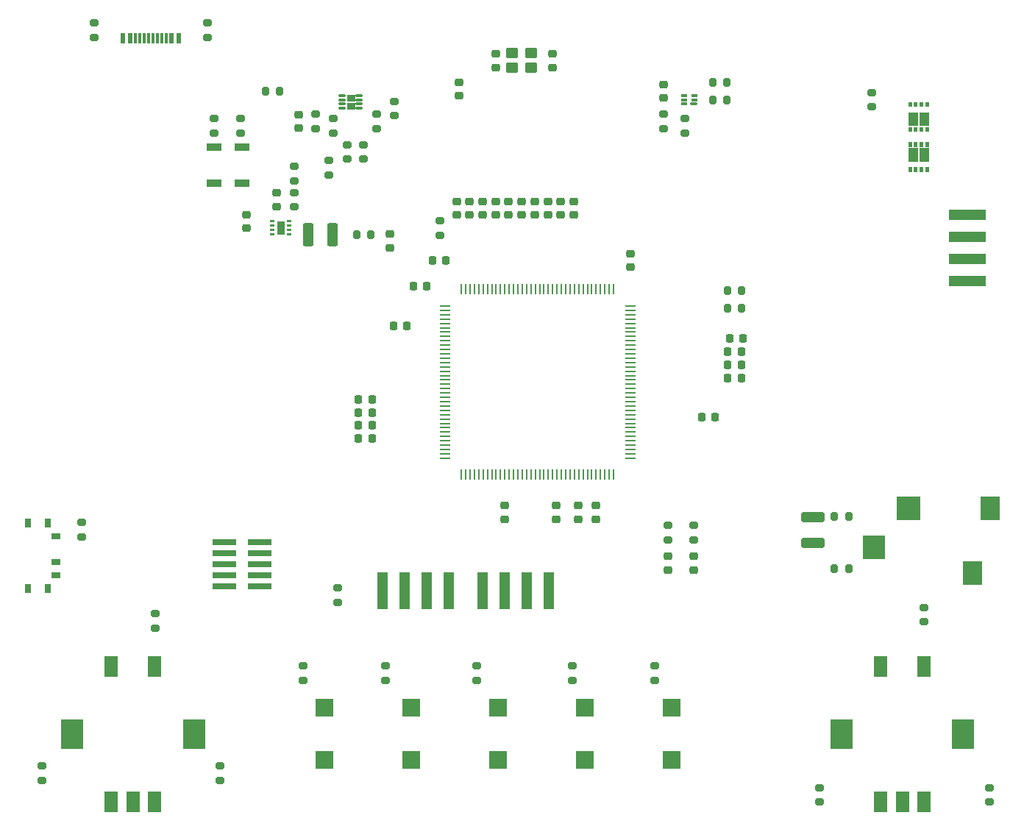
<source format=gbr>
%TF.GenerationSoftware,KiCad,Pcbnew,9.0.5*%
%TF.CreationDate,2025-11-20T02:47:11-08:00*%
%TF.ProjectId,Etch_A_Tune,45746368-5f41-45f5-9475-6e652e6b6963,rev?*%
%TF.SameCoordinates,Original*%
%TF.FileFunction,Paste,Top*%
%TF.FilePolarity,Positive*%
%FSLAX46Y46*%
G04 Gerber Fmt 4.6, Leading zero omitted, Abs format (unit mm)*
G04 Created by KiCad (PCBNEW 9.0.5) date 2025-11-20 02:47:11*
%MOMM*%
%LPD*%
G01*
G04 APERTURE LIST*
G04 Aperture macros list*
%AMRoundRect*
0 Rectangle with rounded corners*
0 $1 Rounding radius*
0 $2 $3 $4 $5 $6 $7 $8 $9 X,Y pos of 4 corners*
0 Add a 4 corners polygon primitive as box body*
4,1,4,$2,$3,$4,$5,$6,$7,$8,$9,$2,$3,0*
0 Add four circle primitives for the rounded corners*
1,1,$1+$1,$2,$3*
1,1,$1+$1,$4,$5*
1,1,$1+$1,$6,$7*
1,1,$1+$1,$8,$9*
0 Add four rect primitives between the rounded corners*
20,1,$1+$1,$2,$3,$4,$5,0*
20,1,$1+$1,$4,$5,$6,$7,0*
20,1,$1+$1,$6,$7,$8,$9,0*
20,1,$1+$1,$8,$9,$2,$3,0*%
G04 Aperture macros list end*
%ADD10C,0.000000*%
%ADD11C,0.010000*%
%ADD12RoundRect,0.200000X-0.200000X-0.275000X0.200000X-0.275000X0.200000X0.275000X-0.200000X0.275000X0*%
%ADD13R,1.803400X0.965200*%
%ADD14R,0.499999X0.249999*%
%ADD15R,0.900001X1.599999*%
%ADD16RoundRect,0.225000X0.250000X-0.225000X0.250000X0.225000X-0.250000X0.225000X-0.250000X-0.225000X0*%
%ADD17RoundRect,0.200000X-0.275000X0.200000X-0.275000X-0.200000X0.275000X-0.200000X0.275000X0.200000X0*%
%ADD18RoundRect,0.200000X0.275000X-0.200000X0.275000X0.200000X-0.275000X0.200000X-0.275000X-0.200000X0*%
%ADD19RoundRect,0.225000X0.225000X0.250000X-0.225000X0.250000X-0.225000X-0.250000X0.225000X-0.250000X0*%
%ADD20RoundRect,0.070000X0.355000X-0.070000X0.355000X0.070000X-0.355000X0.070000X-0.355000X-0.070000X0*%
%ADD21RoundRect,0.070000X0.305000X-0.070000X0.305000X0.070000X-0.305000X0.070000X-0.305000X-0.070000X0*%
%ADD22RoundRect,0.035000X-0.345000X-0.105000X0.345000X-0.105000X0.345000X0.105000X-0.345000X0.105000X0*%
%ADD23R,2.000000X2.000000*%
%ADD24RoundRect,0.225000X-0.250000X0.225000X-0.250000X-0.225000X0.250000X-0.225000X0.250000X0.225000X0*%
%ADD25RoundRect,0.225000X-0.225000X-0.250000X0.225000X-0.250000X0.225000X0.250000X-0.225000X0.250000X0*%
%ADD26R,1.270000X4.200000*%
%ADD27RoundRect,0.218750X0.256250X-0.218750X0.256250X0.218750X-0.256250X0.218750X-0.256250X-0.218750X0*%
%ADD28R,0.590000X1.150000*%
%ADD29R,0.298000X1.150000*%
%ADD30R,4.200000X1.270000*%
%ADD31RoundRect,0.250000X-1.100000X0.325000X-1.100000X-0.325000X1.100000X-0.325000X1.100000X0.325000X0*%
%ADD32R,2.770000X0.650000*%
%ADD33RoundRect,0.200000X0.200000X0.275000X-0.200000X0.275000X-0.200000X-0.275000X0.200000X-0.275000X0*%
%ADD34R,1.500000X2.400000*%
%ADD35R,2.500000X3.400000*%
%ADD36RoundRect,0.250000X-0.375000X-1.075000X0.375000X-1.075000X0.375000X1.075000X-0.375000X1.075000X0*%
%ADD37RoundRect,0.250000X-0.450000X-0.350000X0.450000X-0.350000X0.450000X0.350000X-0.450000X0.350000X0*%
%ADD38R,2.200000X2.800000*%
%ADD39R,2.800000X2.800000*%
%ADD40R,2.600000X2.800000*%
%ADD41R,0.228600X1.168400*%
%ADD42R,1.168400X0.228600*%
%ADD43R,1.100000X0.700000*%
%ADD44R,0.800000X1.000000*%
G04 APERTURE END LIST*
D10*
%TO.C,U4*%
G36*
X46290000Y-47865000D02*
G01*
X45790001Y-47865000D01*
X45790001Y-47615000D01*
X46290000Y-47615000D01*
X46290000Y-47865000D01*
G37*
G36*
X46290000Y-48364999D02*
G01*
X45790001Y-48364999D01*
X45790001Y-48114999D01*
X46290000Y-48114999D01*
X46290000Y-48364999D01*
G37*
G36*
X46290000Y-48865000D02*
G01*
X45790001Y-48865000D01*
X45790001Y-48615001D01*
X46290000Y-48615001D01*
X46290000Y-48865000D01*
G37*
G36*
X46290000Y-49364999D02*
G01*
X45790001Y-49364999D01*
X45790001Y-49115000D01*
X46290000Y-49115000D01*
X46290000Y-49364999D01*
G37*
G36*
X47340000Y-49140001D02*
G01*
X46640002Y-49140001D01*
X46640002Y-47839998D01*
X47340000Y-47839998D01*
X47340000Y-49140001D01*
G37*
G36*
X48190001Y-47865000D02*
G01*
X47690002Y-47865000D01*
X47690002Y-47615000D01*
X48190001Y-47615000D01*
X48190001Y-47865000D01*
G37*
G36*
X48190001Y-48364999D02*
G01*
X47690002Y-48364999D01*
X47690002Y-48114999D01*
X48190001Y-48114999D01*
X48190001Y-48364999D01*
G37*
G36*
X48190001Y-48865000D02*
G01*
X47690002Y-48865000D01*
X47690002Y-48615001D01*
X48190001Y-48615001D01*
X48190001Y-48865000D01*
G37*
G36*
X48190001Y-49364999D02*
G01*
X47690002Y-49364999D01*
X47690002Y-49115000D01*
X48190001Y-49115000D01*
X48190001Y-49364999D01*
G37*
D11*
%TO.C,U6*%
X55505000Y-33890000D02*
X54605000Y-33890000D01*
X54605000Y-33190000D01*
X55505000Y-33190000D01*
X55505000Y-33890000D01*
G36*
X55505000Y-33890000D02*
G01*
X54605000Y-33890000D01*
X54605000Y-33190000D01*
X55505000Y-33190000D01*
X55505000Y-33890000D01*
G37*
X55505000Y-34790000D02*
X54605000Y-34790000D01*
X54605000Y-34090000D01*
X55505000Y-34090000D01*
X55505000Y-34790000D01*
G36*
X55505000Y-34790000D02*
G01*
X54605000Y-34790000D01*
X54605000Y-34090000D01*
X55505000Y-34090000D01*
X55505000Y-34790000D01*
G37*
%TO.C,U3*%
X119560000Y-34465000D02*
X119220000Y-34465000D01*
X119220000Y-34015000D01*
X119560000Y-34015000D01*
X119560000Y-34465000D01*
G36*
X119560000Y-34465000D02*
G01*
X119220000Y-34465000D01*
X119220000Y-34015000D01*
X119560000Y-34015000D01*
X119560000Y-34465000D01*
G37*
X119560000Y-37335000D02*
X119220000Y-37335000D01*
X119220000Y-36885000D01*
X119560000Y-36885000D01*
X119560000Y-37335000D01*
G36*
X119560000Y-37335000D02*
G01*
X119220000Y-37335000D01*
X119220000Y-36885000D01*
X119560000Y-36885000D01*
X119560000Y-37335000D01*
G37*
X120210000Y-34465000D02*
X119870000Y-34465000D01*
X119870000Y-34015000D01*
X120210000Y-34015000D01*
X120210000Y-34465000D01*
G36*
X120210000Y-34465000D02*
G01*
X119870000Y-34465000D01*
X119870000Y-34015000D01*
X120210000Y-34015000D01*
X120210000Y-34465000D01*
G37*
X120210000Y-37335000D02*
X119870000Y-37335000D01*
X119870000Y-36885000D01*
X120210000Y-36885000D01*
X120210000Y-37335000D01*
G36*
X120210000Y-37335000D02*
G01*
X119870000Y-37335000D01*
X119870000Y-36885000D01*
X120210000Y-36885000D01*
X120210000Y-37335000D01*
G37*
X120240000Y-36660000D02*
X119220000Y-36660000D01*
X119220000Y-35215000D01*
X120240000Y-35215000D01*
X120240000Y-36660000D01*
G36*
X120240000Y-36660000D02*
G01*
X119220000Y-36660000D01*
X119220000Y-35215000D01*
X120240000Y-35215000D01*
X120240000Y-36660000D01*
G37*
X120860000Y-34465000D02*
X120520000Y-34465000D01*
X120520000Y-34015000D01*
X120860000Y-34015000D01*
X120860000Y-34465000D01*
G36*
X120860000Y-34465000D02*
G01*
X120520000Y-34465000D01*
X120520000Y-34015000D01*
X120860000Y-34015000D01*
X120860000Y-34465000D01*
G37*
X120860000Y-37335000D02*
X120520000Y-37335000D01*
X120520000Y-36885000D01*
X120860000Y-36885000D01*
X120860000Y-37335000D01*
G36*
X120860000Y-37335000D02*
G01*
X120520000Y-37335000D01*
X120520000Y-36885000D01*
X120860000Y-36885000D01*
X120860000Y-37335000D01*
G37*
X121510000Y-34465000D02*
X121170000Y-34465000D01*
X121170000Y-34015000D01*
X121510000Y-34015000D01*
X121510000Y-34465000D01*
G36*
X121510000Y-34465000D02*
G01*
X121170000Y-34465000D01*
X121170000Y-34015000D01*
X121510000Y-34015000D01*
X121510000Y-34465000D01*
G37*
X121510000Y-36660000D02*
X120490000Y-36660000D01*
X120490000Y-35215000D01*
X121510000Y-35215000D01*
X121510000Y-36660000D01*
G36*
X121510000Y-36660000D02*
G01*
X120490000Y-36660000D01*
X120490000Y-35215000D01*
X121510000Y-35215000D01*
X121510000Y-36660000D01*
G37*
X121510000Y-37335000D02*
X121170000Y-37335000D01*
X121170000Y-36885000D01*
X121510000Y-36885000D01*
X121510000Y-37335000D01*
G36*
X121510000Y-37335000D02*
G01*
X121170000Y-37335000D01*
X121170000Y-36885000D01*
X121510000Y-36885000D01*
X121510000Y-37335000D01*
G37*
%TO.C,U2*%
X119560000Y-39095000D02*
X119220000Y-39095000D01*
X119220000Y-38645000D01*
X119560000Y-38645000D01*
X119560000Y-39095000D01*
G36*
X119560000Y-39095000D02*
G01*
X119220000Y-39095000D01*
X119220000Y-38645000D01*
X119560000Y-38645000D01*
X119560000Y-39095000D01*
G37*
X120240000Y-40765000D02*
X119220000Y-40765000D01*
X119220000Y-39320000D01*
X120240000Y-39320000D01*
X120240000Y-40765000D01*
G36*
X120240000Y-40765000D02*
G01*
X119220000Y-40765000D01*
X119220000Y-39320000D01*
X120240000Y-39320000D01*
X120240000Y-40765000D01*
G37*
X119560000Y-41965000D02*
X119220000Y-41965000D01*
X119220000Y-41515000D01*
X119560000Y-41515000D01*
X119560000Y-41965000D01*
G36*
X119560000Y-41965000D02*
G01*
X119220000Y-41965000D01*
X119220000Y-41515000D01*
X119560000Y-41515000D01*
X119560000Y-41965000D01*
G37*
X120210000Y-39095000D02*
X119870000Y-39095000D01*
X119870000Y-38645000D01*
X120210000Y-38645000D01*
X120210000Y-39095000D01*
G36*
X120210000Y-39095000D02*
G01*
X119870000Y-39095000D01*
X119870000Y-38645000D01*
X120210000Y-38645000D01*
X120210000Y-39095000D01*
G37*
X120210000Y-41965000D02*
X119870000Y-41965000D01*
X119870000Y-41515000D01*
X120210000Y-41515000D01*
X120210000Y-41965000D01*
G36*
X120210000Y-41965000D02*
G01*
X119870000Y-41965000D01*
X119870000Y-41515000D01*
X120210000Y-41515000D01*
X120210000Y-41965000D01*
G37*
X121510000Y-40765000D02*
X120490000Y-40765000D01*
X120490000Y-39320000D01*
X121510000Y-39320000D01*
X121510000Y-40765000D01*
G36*
X121510000Y-40765000D02*
G01*
X120490000Y-40765000D01*
X120490000Y-39320000D01*
X121510000Y-39320000D01*
X121510000Y-40765000D01*
G37*
X120860000Y-39095000D02*
X120520000Y-39095000D01*
X120520000Y-38645000D01*
X120860000Y-38645000D01*
X120860000Y-39095000D01*
G36*
X120860000Y-39095000D02*
G01*
X120520000Y-39095000D01*
X120520000Y-38645000D01*
X120860000Y-38645000D01*
X120860000Y-39095000D01*
G37*
X120860000Y-41965000D02*
X120520000Y-41965000D01*
X120520000Y-41515000D01*
X120860000Y-41515000D01*
X120860000Y-41965000D01*
G36*
X120860000Y-41965000D02*
G01*
X120520000Y-41965000D01*
X120520000Y-41515000D01*
X120860000Y-41515000D01*
X120860000Y-41965000D01*
G37*
X121510000Y-39095000D02*
X121170000Y-39095000D01*
X121170000Y-38645000D01*
X121510000Y-38645000D01*
X121510000Y-39095000D01*
G36*
X121510000Y-39095000D02*
G01*
X121170000Y-39095000D01*
X121170000Y-38645000D01*
X121510000Y-38645000D01*
X121510000Y-39095000D01*
G37*
X121510000Y-41965000D02*
X121170000Y-41965000D01*
X121170000Y-41515000D01*
X121510000Y-41515000D01*
X121510000Y-41965000D01*
G36*
X121510000Y-41965000D02*
G01*
X121170000Y-41965000D01*
X121170000Y-41515000D01*
X121510000Y-41515000D01*
X121510000Y-41965000D01*
G37*
%TD*%
D12*
%TO.C,R28*%
X45215000Y-32740000D03*
X46865000Y-32740000D03*
%TD*%
D13*
%TO.C,CR1*%
X39359400Y-39169900D03*
X39359400Y-43310100D03*
%TD*%
D14*
%TO.C,U4*%
X47940002Y-49240001D03*
X47940002Y-48740002D03*
X47940002Y-48240000D03*
X47940002Y-47740001D03*
X46040000Y-47740001D03*
X46040000Y-48240000D03*
X46040000Y-48740002D03*
X46040000Y-49240001D03*
D15*
X46990001Y-48490002D03*
%TD*%
D16*
%TO.C,C32*%
X77727140Y-47015000D03*
X77727140Y-45465000D03*
%TD*%
D17*
%TO.C,R22*%
X25540000Y-24915000D03*
X25540000Y-26565000D03*
%TD*%
%TO.C,R12*%
X69540000Y-98915000D03*
X69540000Y-100565000D03*
%TD*%
%TO.C,R20*%
X94540000Y-82740000D03*
X94540000Y-84390000D03*
%TD*%
%TO.C,R7*%
X19540000Y-110415000D03*
X19540000Y-112065000D03*
%TD*%
D18*
%TO.C,R6*%
X48540000Y-43065000D03*
X48540000Y-41415000D03*
%TD*%
D19*
%TO.C,C30*%
X66002140Y-52240000D03*
X64452140Y-52240000D03*
%TD*%
D20*
%TO.C,U1*%
X94565000Y-34240000D03*
D21*
X94615000Y-33740000D03*
X94615000Y-33240000D03*
X93465000Y-33240000D03*
X93465000Y-33740000D03*
X93465000Y-34240000D03*
%TD*%
D16*
%TO.C,C33*%
X67227140Y-47015000D03*
X67227140Y-45465000D03*
%TD*%
D22*
%TO.C,U6*%
X54070000Y-33240000D03*
X54070000Y-33740000D03*
X54070000Y-34240000D03*
X54070000Y-34740000D03*
X56040000Y-34740000D03*
X56040000Y-34240000D03*
X56040000Y-33740000D03*
X56040000Y-33240000D03*
%TD*%
D17*
%TO.C,R10*%
X32540000Y-92915000D03*
X32540000Y-94565000D03*
%TD*%
D16*
%TO.C,C28*%
X74727140Y-47015000D03*
X74727140Y-45465000D03*
%TD*%
D23*
%TO.C,S5*%
X91999986Y-103707090D03*
X91999986Y-109707090D03*
%TD*%
D16*
%TO.C,C2*%
X67540000Y-33265000D03*
X67540000Y-31715000D03*
%TD*%
D18*
%TO.C,R3*%
X91040000Y-37065000D03*
X91040000Y-35415000D03*
%TD*%
%TO.C,R19*%
X53540000Y-91565000D03*
X53540000Y-89915000D03*
%TD*%
D17*
%TO.C,R18*%
X24040000Y-82415000D03*
X24040000Y-84065000D03*
%TD*%
D18*
%TO.C,R37*%
X56540000Y-40565000D03*
X56540000Y-38915000D03*
%TD*%
D16*
%TO.C,C36*%
X71727140Y-30015000D03*
X71727140Y-28465000D03*
%TD*%
D24*
%TO.C,C37*%
X78227140Y-28465000D03*
X78227140Y-30015000D03*
%TD*%
D25*
%TO.C,C25*%
X98452140Y-62740000D03*
X100002140Y-62740000D03*
%TD*%
D24*
%TO.C,C12*%
X72727140Y-80465000D03*
X72727140Y-82015000D03*
%TD*%
D12*
%TO.C,R24*%
X110715000Y-87740000D03*
X112365000Y-87740000D03*
%TD*%
D17*
%TO.C,R15*%
X121040000Y-92165000D03*
X121040000Y-93815000D03*
%TD*%
D19*
%TO.C,FB1*%
X63777140Y-55240000D03*
X62227140Y-55240000D03*
%TD*%
D16*
%TO.C,C5*%
X46540000Y-46015000D03*
X46540000Y-44465000D03*
%TD*%
D12*
%TO.C,R34*%
X96715000Y-31740000D03*
X98365000Y-31740000D03*
%TD*%
D16*
%TO.C,C21*%
X76227140Y-47015000D03*
X76227140Y-45465000D03*
%TD*%
D24*
%TO.C,C18*%
X87227140Y-51465000D03*
X87227140Y-53015000D03*
%TD*%
D16*
%TO.C,C6*%
X70227140Y-47015000D03*
X70227140Y-45465000D03*
%TD*%
%TO.C,C19*%
X71717140Y-47015000D03*
X71717140Y-45465000D03*
%TD*%
D17*
%TO.C,R35*%
X54657140Y-38915000D03*
X54657140Y-40565000D03*
%TD*%
D24*
%TO.C,C27*%
X81227140Y-80465000D03*
X81227140Y-82015000D03*
%TD*%
D18*
%TO.C,R26*%
X65290000Y-49315000D03*
X65290000Y-47665000D03*
%TD*%
D26*
%TO.C,J6*%
X70227140Y-90240000D03*
X72767140Y-90240000D03*
X75307140Y-90240000D03*
X77847140Y-90240000D03*
%TD*%
D19*
%TO.C,C24*%
X61502140Y-59740000D03*
X59952140Y-59740000D03*
%TD*%
D27*
%TO.C,D2*%
X91540000Y-87852500D03*
X91540000Y-86277500D03*
%TD*%
D17*
%TO.C,R21*%
X91540000Y-82740000D03*
X91540000Y-84390000D03*
%TD*%
D12*
%TO.C,R25*%
X110715000Y-81740000D03*
X112365000Y-81740000D03*
%TD*%
D18*
%TO.C,R5*%
X48540000Y-46065000D03*
X48540000Y-44415000D03*
%TD*%
D24*
%TO.C,C1*%
X49040000Y-35465000D03*
X49040000Y-37015000D03*
%TD*%
D28*
%TO.C,J4*%
X35240000Y-26665000D03*
X34440000Y-26665000D03*
D29*
X33290000Y-26665000D03*
X32290000Y-26665000D03*
X31790000Y-26665000D03*
X30790000Y-26665000D03*
D28*
X28840000Y-26665000D03*
X29640000Y-26665000D03*
D29*
X30290000Y-26665000D03*
X31290000Y-26665000D03*
X32790000Y-26665000D03*
X33790000Y-26665000D03*
%TD*%
D17*
%TO.C,R2*%
X51040000Y-35415000D03*
X51040000Y-37065000D03*
%TD*%
D25*
%TO.C,C15*%
X98452140Y-65740000D03*
X100002140Y-65740000D03*
%TD*%
D12*
%TO.C,R30*%
X55715000Y-49240000D03*
X57365000Y-49240000D03*
%TD*%
D23*
%TO.C,S2*%
X62020179Y-103707090D03*
X62020179Y-109707090D03*
%TD*%
D16*
%TO.C,C29*%
X83227140Y-82015000D03*
X83227140Y-80465000D03*
%TD*%
D17*
%TO.C,R11*%
X59040000Y-98915000D03*
X59040000Y-100565000D03*
%TD*%
D25*
%TO.C,C7*%
X98452140Y-64240000D03*
X100002140Y-64240000D03*
%TD*%
D17*
%TO.C,R31*%
X53040000Y-35915000D03*
X53040000Y-37565000D03*
%TD*%
%TO.C,R36*%
X58040000Y-35415000D03*
X58040000Y-37065000D03*
%TD*%
%TO.C,R9*%
X49540000Y-98915000D03*
X49540000Y-100565000D03*
%TD*%
D30*
%TO.C,J2*%
X126040000Y-54580000D03*
X126040000Y-52040000D03*
X126040000Y-49500000D03*
X126040000Y-46960000D03*
%TD*%
D31*
%TO.C,C8*%
X108227140Y-81765000D03*
X108227140Y-84715000D03*
%TD*%
D25*
%TO.C,C14*%
X95452140Y-70240000D03*
X97002140Y-70240000D03*
%TD*%
D32*
%TO.C,J7*%
X40525000Y-84700000D03*
X44555000Y-84700000D03*
X40525000Y-85970000D03*
X44555000Y-85970000D03*
X40525000Y-87240000D03*
X44555000Y-87240000D03*
X40525000Y-88510000D03*
X44555000Y-88510000D03*
X40525000Y-89780000D03*
X44555000Y-89780000D03*
%TD*%
D33*
%TO.C,R33*%
X98365000Y-33740000D03*
X96715000Y-33740000D03*
%TD*%
D17*
%TO.C,R16*%
X80540000Y-98915000D03*
X80540000Y-100565000D03*
%TD*%
D27*
%TO.C,D1*%
X94540000Y-87852500D03*
X94540000Y-86277500D03*
%TD*%
D34*
%TO.C,MT1*%
X27500000Y-114540000D03*
X32500000Y-114540000D03*
X30000000Y-114540000D03*
X27500000Y-98940000D03*
X32500000Y-98940000D03*
D35*
X23000000Y-106740000D03*
X37000000Y-106740000D03*
%TD*%
D23*
%TO.C,S4*%
X82006717Y-103707090D03*
X82006717Y-109707090D03*
%TD*%
D19*
%TO.C,C26*%
X57502140Y-68240000D03*
X55952140Y-68240000D03*
%TD*%
D18*
%TO.C,R38*%
X52540000Y-42390000D03*
X52540000Y-40740000D03*
%TD*%
D26*
%TO.C,J3*%
X66307140Y-90240000D03*
X63767140Y-90240000D03*
X61227140Y-90240000D03*
X58687140Y-90240000D03*
%TD*%
D23*
%TO.C,S3*%
X72040000Y-103740000D03*
X72040000Y-109740000D03*
%TD*%
D16*
%TO.C,C3*%
X91040000Y-33515000D03*
X91040000Y-31965000D03*
%TD*%
D19*
%TO.C,C10*%
X57502140Y-71240000D03*
X55952140Y-71240000D03*
%TD*%
D17*
%TO.C,R17*%
X90040000Y-98915000D03*
X90040000Y-100565000D03*
%TD*%
D36*
%TO.C,L1*%
X50140000Y-49240000D03*
X52940000Y-49240000D03*
%TD*%
D16*
%TO.C,C31*%
X68727140Y-47015000D03*
X68727140Y-45465000D03*
%TD*%
D17*
%TO.C,R29*%
X42359400Y-35915000D03*
X42359400Y-37565000D03*
%TD*%
D18*
%TO.C,R32*%
X115040000Y-34565000D03*
X115040000Y-32915000D03*
%TD*%
D24*
%TO.C,C9*%
X59540000Y-49215000D03*
X59540000Y-50765000D03*
%TD*%
%TO.C,C4*%
X43040000Y-46965000D03*
X43040000Y-48515000D03*
%TD*%
D17*
%TO.C,R4*%
X93540000Y-35915000D03*
X93540000Y-37565000D03*
%TD*%
D25*
%TO.C,C16*%
X55952140Y-72740000D03*
X57502140Y-72740000D03*
%TD*%
D12*
%TO.C,R40*%
X98402140Y-55740000D03*
X100052140Y-55740000D03*
%TD*%
D24*
%TO.C,C13*%
X78727140Y-80465000D03*
X78727140Y-82015000D03*
%TD*%
D17*
%TO.C,R27*%
X39359400Y-35915000D03*
X39359400Y-37565000D03*
%TD*%
%TO.C,R14*%
X128540000Y-112915000D03*
X128540000Y-114565000D03*
%TD*%
%TO.C,R13*%
X109040000Y-112915000D03*
X109040000Y-114565000D03*
%TD*%
D16*
%TO.C,C22*%
X79227140Y-47015000D03*
X79227140Y-45465000D03*
%TD*%
D17*
%TO.C,R1*%
X60040000Y-33915000D03*
X60040000Y-35565000D03*
%TD*%
D37*
%TO.C,Y2*%
X73627140Y-30090000D03*
X75827140Y-30090000D03*
X75827140Y-28390000D03*
X73627140Y-28390000D03*
%TD*%
D16*
%TO.C,C23*%
X80727140Y-47015000D03*
X80727140Y-45465000D03*
%TD*%
%TO.C,C20*%
X73227140Y-47015000D03*
X73227140Y-45465000D03*
%TD*%
D25*
%TO.C,C17*%
X98677140Y-61240000D03*
X100227140Y-61240000D03*
%TD*%
D34*
%TO.C,MT2*%
X116040000Y-114540000D03*
X121040000Y-114540000D03*
X118540000Y-114540000D03*
X116040000Y-98940000D03*
X121040000Y-98940000D03*
D35*
X111540000Y-106740000D03*
X125540000Y-106740000D03*
%TD*%
D13*
%TO.C,CR2*%
X42540000Y-39169900D03*
X42540000Y-43310100D03*
%TD*%
D23*
%TO.C,S1*%
X52026910Y-103707090D03*
X52026910Y-109707090D03*
%TD*%
D38*
%TO.C,J5*%
X128627140Y-80790000D03*
D39*
X119227140Y-80790000D03*
D38*
X126627140Y-88190000D03*
D40*
X115227140Y-85240000D03*
%TD*%
D33*
%TO.C,R39*%
X100052140Y-57740000D03*
X98402140Y-57740000D03*
%TD*%
D17*
%TO.C,R23*%
X38540000Y-24915000D03*
X38540000Y-26565000D03*
%TD*%
D41*
%TO.C,U5*%
X85290000Y-55572000D03*
X84790001Y-55572000D03*
X84290000Y-55572000D03*
X83790001Y-55572000D03*
X83289999Y-55572000D03*
X82790000Y-55572000D03*
X82290001Y-55572000D03*
X81790000Y-55572000D03*
X81290001Y-55572000D03*
X80789999Y-55572000D03*
X80290000Y-55572000D03*
X79790001Y-55572000D03*
X79290000Y-55572000D03*
X78790001Y-55572000D03*
X78289999Y-55572000D03*
X77790000Y-55572000D03*
X77290001Y-55572000D03*
X76790000Y-55572000D03*
X76290000Y-55572000D03*
X75790002Y-55572000D03*
X75290000Y-55572000D03*
X74790001Y-55572000D03*
X74289999Y-55572000D03*
X73790000Y-55572000D03*
X73290001Y-55572000D03*
X72790000Y-55572000D03*
X72290001Y-55572000D03*
X71789999Y-55572000D03*
X71290000Y-55572000D03*
X70790001Y-55572000D03*
X70290000Y-55572000D03*
X69790001Y-55572000D03*
X69289999Y-55572000D03*
X68790000Y-55572000D03*
X68290001Y-55572000D03*
X67790000Y-55572000D03*
D42*
X65872000Y-57490000D03*
X65872000Y-57989999D03*
X65872000Y-58490000D03*
X65872000Y-58989999D03*
X65872000Y-59490001D03*
X65872000Y-59990000D03*
X65872000Y-60489999D03*
X65872000Y-60990000D03*
X65872000Y-61489999D03*
X65872000Y-61990001D03*
X65872000Y-62490000D03*
X65872000Y-62989999D03*
X65872000Y-63490000D03*
X65872000Y-63989999D03*
X65872000Y-64490001D03*
X65872000Y-64990000D03*
X65872000Y-65489999D03*
X65872000Y-65990000D03*
X65872000Y-66490000D03*
X65872000Y-66990001D03*
X65872000Y-67490000D03*
X65872000Y-67989999D03*
X65872000Y-68490001D03*
X65872000Y-68990000D03*
X65872000Y-69490001D03*
X65872000Y-69990000D03*
X65872000Y-70489999D03*
X65872000Y-70990001D03*
X65872000Y-71490000D03*
X65872000Y-71990001D03*
X65872000Y-72490000D03*
X65872000Y-72989999D03*
X65872000Y-73490001D03*
X65872000Y-73990000D03*
X65872000Y-74490001D03*
X65872000Y-74990000D03*
D41*
X67790000Y-76908000D03*
X68289999Y-76908000D03*
X68790000Y-76908000D03*
X69289999Y-76908000D03*
X69790001Y-76908000D03*
X70290000Y-76908000D03*
X70789999Y-76908000D03*
X71290000Y-76908000D03*
X71789999Y-76908000D03*
X72290001Y-76908000D03*
X72790000Y-76908000D03*
X73289999Y-76908000D03*
X73790000Y-76908000D03*
X74289999Y-76908000D03*
X74790001Y-76908000D03*
X75290000Y-76908000D03*
X75789999Y-76908000D03*
X76290000Y-76908000D03*
X76790000Y-76908000D03*
X77290001Y-76908000D03*
X77790000Y-76908000D03*
X78289999Y-76908000D03*
X78790001Y-76908000D03*
X79290000Y-76908000D03*
X79790001Y-76908000D03*
X80290000Y-76908000D03*
X80789999Y-76908000D03*
X81290001Y-76908000D03*
X81790000Y-76908000D03*
X82290001Y-76908000D03*
X82790000Y-76908000D03*
X83289999Y-76908000D03*
X83790001Y-76908000D03*
X84290000Y-76908000D03*
X84790001Y-76908000D03*
X85290000Y-76908000D03*
D42*
X87208000Y-74990000D03*
X87208000Y-74490001D03*
X87208000Y-73990000D03*
X87208000Y-73490001D03*
X87208000Y-72989999D03*
X87208000Y-72490000D03*
X87208000Y-71990001D03*
X87208000Y-71490000D03*
X87208000Y-70990001D03*
X87208000Y-70489999D03*
X87208000Y-69990000D03*
X87208000Y-69490001D03*
X87208000Y-68990000D03*
X87208000Y-68490001D03*
X87208000Y-67989999D03*
X87208000Y-67490000D03*
X87208000Y-66990001D03*
X87208000Y-66490000D03*
X87208000Y-65990000D03*
X87208000Y-65489999D03*
X87208000Y-64990000D03*
X87208000Y-64490001D03*
X87208000Y-63989999D03*
X87208000Y-63490000D03*
X87208000Y-62989999D03*
X87208000Y-62490000D03*
X87208000Y-61990001D03*
X87208000Y-61489999D03*
X87208000Y-60990000D03*
X87208000Y-60489999D03*
X87208000Y-59990000D03*
X87208000Y-59490001D03*
X87208000Y-58989999D03*
X87208000Y-58490000D03*
X87208000Y-57989999D03*
X87208000Y-57490000D03*
%TD*%
D17*
%TO.C,R8*%
X40040000Y-110415000D03*
X40040000Y-112065000D03*
%TD*%
D43*
%TO.C,S6*%
X21090000Y-83990000D03*
X21090000Y-86990000D03*
X21090000Y-88490000D03*
D44*
X17890000Y-89990000D03*
X17890000Y-82490000D03*
X20190000Y-82490000D03*
X20190000Y-89990000D03*
%TD*%
D19*
%TO.C,C11*%
X57502140Y-69740000D03*
X55952140Y-69740000D03*
%TD*%
M02*

</source>
